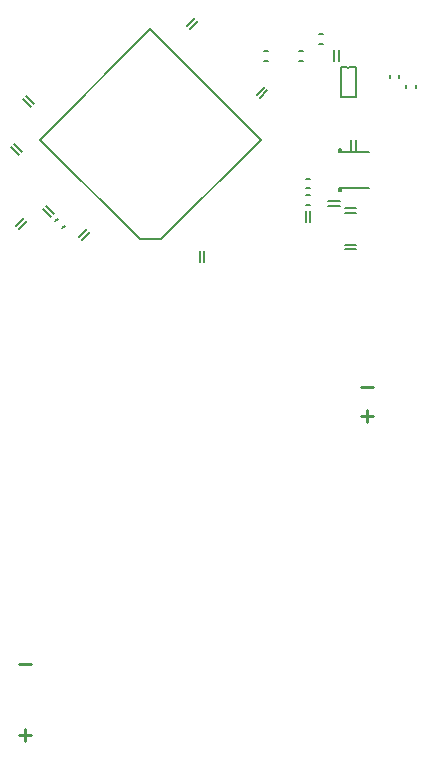
<source format=gbo>
G04*
G04 #@! TF.GenerationSoftware,Altium Limited,Altium Designer,18.1.7 (191)*
G04*
G04 Layer_Color=32896*
%FSLAX43Y43*%
%MOMM*%
G71*
G01*
G75*
%ADD33C,0.200*%
%ADD52C,0.127*%
%ADD89C,0.254*%
D33*
X49775Y75350D02*
G03*
X50025Y75350I125J0D01*
G01*
X32227Y60765D02*
X34045D01*
X42491Y69211D01*
X33136Y78566D02*
X42491Y69211D01*
X23781D02*
X33136Y78566D01*
X23781Y69211D02*
X32227Y60765D01*
X50025Y75350D02*
X50540D01*
X49260D02*
X49775D01*
X49260Y72850D02*
Y75350D01*
Y72850D02*
X50540D01*
Y75350D01*
D52*
X36288Y78789D02*
X36961Y79462D01*
X36539Y78538D02*
X37212Y79211D01*
X27138Y60939D02*
X27811Y61613D01*
X27389Y60688D02*
X28062Y61361D01*
X49078Y75824D02*
Y76776D01*
X48722Y75824D02*
Y76776D01*
X53394Y74398D02*
Y74702D01*
X54206Y74398D02*
Y74702D01*
X54794Y73548D02*
Y73852D01*
X55606Y73548D02*
Y73852D01*
X50519Y68224D02*
Y69176D01*
X50163Y68224D02*
Y69176D01*
X42389Y72739D02*
X43062Y73412D01*
X42138Y72990D02*
X42811Y73663D01*
X46348Y65906D02*
X46652D01*
X46348Y65094D02*
X46652D01*
X46348Y64506D02*
X46652D01*
X46348Y63694D02*
X46652D01*
X48224Y63978D02*
X49176D01*
X48224Y63622D02*
X49176D01*
X49624Y60278D02*
X50576D01*
X49624Y59922D02*
X50576D01*
X49624Y63378D02*
X50576D01*
X49624Y63022D02*
X50576D01*
X45748Y75894D02*
X46052D01*
X45748Y76706D02*
X46052D01*
X42769D02*
X43073D01*
X42769Y75894D02*
X43073D01*
X47448Y77294D02*
X47752D01*
X47448Y78106D02*
X47752D01*
X25105Y62280D02*
X25320Y62495D01*
X25680Y61705D02*
X25895Y61920D01*
X24038Y63311D02*
X24711Y62638D01*
X24289Y63562D02*
X24962Y62889D01*
X46322Y62242D02*
Y63194D01*
X46678Y62242D02*
Y63194D01*
X22378Y72611D02*
X23051Y71938D01*
X22629Y72862D02*
X23302Y72189D01*
X37678Y58824D02*
Y59776D01*
X37322Y58824D02*
Y59776D01*
X21989Y61638D02*
X22662Y62311D01*
X21738Y61889D02*
X22411Y62562D01*
X21589Y68862D02*
X22262Y68189D01*
X21338Y68611D02*
X22011Y67938D01*
X49075Y68125D02*
X51675D01*
X49075D02*
Y68425D01*
Y64825D02*
Y65125D01*
X51675D01*
X49175Y64825D02*
Y65125D01*
X49275Y64825D02*
Y65125D01*
X49075Y64825D02*
X49275D01*
X49075Y68425D02*
X49275D01*
Y68125D02*
Y68425D01*
X49175Y68125D02*
Y68425D01*
D89*
X51000Y48262D02*
X52016D01*
X52000Y45762D02*
X50984D01*
X51492Y46270D02*
Y45254D01*
X23000Y18762D02*
X21984D01*
X22492Y19270D02*
Y18254D01*
X23000Y24762D02*
X21984D01*
M02*

</source>
